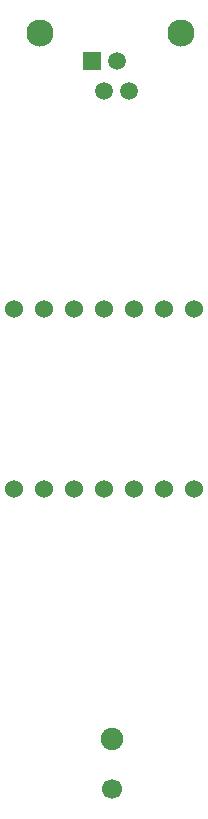
<source format=gbr>
%TF.GenerationSoftware,KiCad,Pcbnew,9.0.2*%
%TF.CreationDate,2025-08-12T12:41:44+02:00*%
%TF.ProjectId,AM03127-Controller,414d3033-3132-4372-9d43-6f6e74726f6c,rev?*%
%TF.SameCoordinates,Original*%
%TF.FileFunction,Soldermask,Bot*%
%TF.FilePolarity,Negative*%
%FSLAX46Y46*%
G04 Gerber Fmt 4.6, Leading zero omitted, Abs format (unit mm)*
G04 Created by KiCad (PCBNEW 9.0.2) date 2025-08-12 12:41:44*
%MOMM*%
%LPD*%
G01*
G04 APERTURE LIST*
%ADD10C,1.900000*%
%ADD11C,1.700000*%
%ADD12C,2.300000*%
%ADD13R,1.500000X1.500000*%
%ADD14C,1.500000*%
%ADD15C,1.524000*%
G04 APERTURE END LIST*
D10*
%TO.C,12V*%
X135300000Y-134250000D03*
D11*
X135300000Y-138550000D03*
%TD*%
D12*
%TO.C,RJ11*%
X141172500Y-74532500D03*
X129172500Y-74532500D03*
D13*
X133642500Y-76832500D03*
D14*
X134662500Y-79372500D03*
X135682500Y-76832500D03*
X136702500Y-79372500D03*
%TD*%
D15*
%TO.C,U1*%
X142240000Y-97835000D03*
X139700000Y-97835000D03*
X137160000Y-97835000D03*
X134620000Y-97835000D03*
X132080000Y-97835000D03*
X129540000Y-97835000D03*
X127000000Y-97835000D03*
X127000000Y-113075000D03*
X129540000Y-113075000D03*
X132080000Y-113075000D03*
X134620000Y-113075000D03*
X137160000Y-113075000D03*
X139700000Y-113075000D03*
X142240000Y-113075000D03*
%TD*%
M02*

</source>
